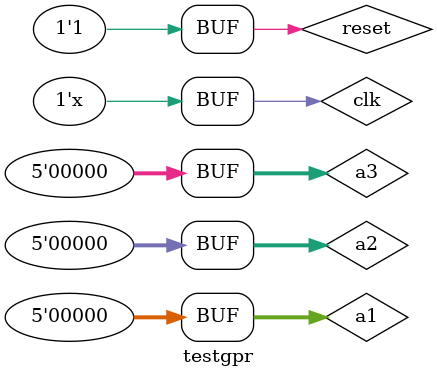
<source format=v>
`timescale 1ns / 1ps


module testgpr;

	// Inputs
	reg clk;
	reg reset;
	reg [4:0] a1;
	reg [4:0] a2;
	reg [4:0] a3;
	reg enable;
	reg [31:0] wd;

	// Outputs
	wire [31:0] rd1;
	wire [31:0] rd2;

	// Instantiate the Unit Under Test (UUT)
	regfile uut (
		.clk(clk), 
		.reset(reset), 
		.a1(a1), 
		.a2(a2), 
		.a3(a3), 
	//	.enable(enable), 
		.wd(wd), 
		.rd1(rd1), 
		.rd2(rd2)
	);

	initial begin
		// Initialize Inputs
		#0 clk = 0;
		reset = 0;
		#5 reset=1'b1;
		a1 = 0;
		a2 = 0;
		a3 = 0;

		// Wait 100 ns for global reset to finish
		#100;
        
		// Add stimulus here

	end
      always #10 clk=~clk;
endmodule


</source>
